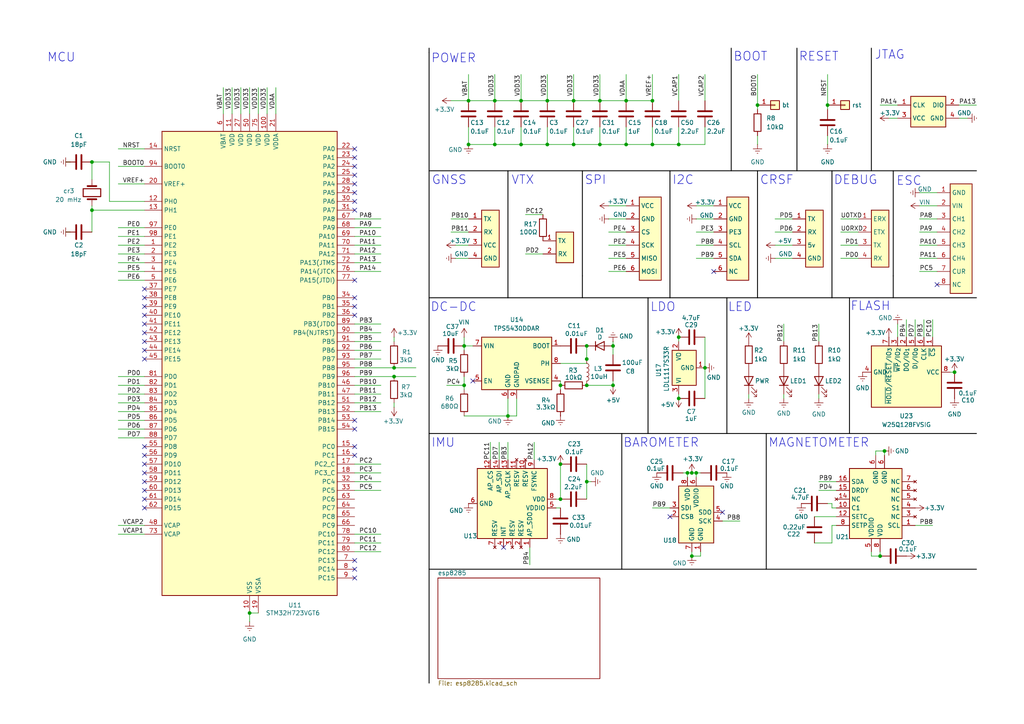
<source format=kicad_sch>
(kicad_sch (version 20250114) (generator "eeschema") (generator_version "9.0")
  (paper "A4")
  (text "GNSS" (at 130.302 52.324 0) (effects (font (size 2.54 2.54))))
  (text "DEBUG" (at 248.158 52.324 0) (effects (font (size 2.54 2.54))))
  (text "LED" (at 214.63 89.154 0) (effects (font (size 2.54 2.54))))
  (text "VTX" (at 151.638 52.324 0) (effects (font (size 2.54 2.54))))
  (text "RESET" (at 237.49 16.51 0) (effects (font (size 2.54 2.54))))
  (text "MAGNETOMETER" (at 237.49 128.524 0) (effects (font (size 2.54 2.54))))
  (text "JTAG" (at 258.064 16.002 0) (effects (font (size 2.54 2.54))))
  (text "MCU" (at 17.78 16.764 0) (effects (font (size 2.54 2.54))))
  (text "ESC" (at 263.652 52.578 0) (effects (font (size 2.54 2.54))))
  (text "IMU" (at 128.524 128.524 0) (effects (font (size 2.54 2.54))))
  (text "I2C" (at 198.12 52.324 0) (effects (font (size 2.54 2.54))))
  (text "LDO" (at 192.278 89.154 0) (effects (font (size 2.54 2.54))))
  (text "CRSF" (at 225.298 52.324 0) (effects (font (size 2.54 2.54))))
  (text "BAROMETER" (at 191.77 128.524 0) (effects (font (size 2.54 2.54))))
  (text "SPI" (at 172.72 52.324 0) (effects (font (size 2.54 2.54))))
  (text "POWER" (at 131.572 17.018 0) (effects (font (size 2.54 2.54))))
  (text "DC-DC" (at 131.572 89.154 0) (effects (font (size 2.54 2.54))))
  (text "BOOT" (at 217.678 16.51 0) (effects (font (size 2.54 2.54))))
  (text "FLASH" (at 252.476 88.9 0) (effects (font (size 2.54 2.54))))
  (junction (at 147.32 120.65))
  (junction (at 26.67 46.99))
  (junction (at 151.13 29.21))
  (junction (at 166.37 29.21))
  (junction (at 200.66 161.29))
  (junction (at 72.39 177.8))
  (junction (at 177.8 100.33))
  (junction (at 26.67 60.96))
  (junction (at 196.85 97.79))
  (junction (at 143.51 29.21))
  (junction (at 134.62 100.33))
  (junction (at 114.3 109.22))
  (junction (at 158.75 41.91))
  (junction (at 199.39 137.16))
  (junction (at 189.23 29.21))
  (junction (at 219.71 30.48))
  (junction (at 170.18 111.76))
  (junction (at 158.75 29.21))
  (junction (at 196.85 41.91))
  (junction (at 276.86 107.95))
  (junction (at 181.61 29.21))
  (junction (at 173.99 41.91))
  (junction (at 177.8 111.76))
  (junction (at 255.27 161.29))
  (junction (at 166.37 41.91))
  (junction (at 170.18 139.7))
  (junction (at 135.89 41.91))
  (junction (at 151.13 41.91))
  (junction (at 135.89 29.21))
  (junction (at 143.51 41.91))
  (junction (at 114.3 106.68))
  (junction (at 189.23 41.91))
  (junction (at 256.54 130.81))
  (junction (at 162.56 134.62))
  (junction (at 200.66 137.16))
  (junction (at 240.03 30.48))
  (junction (at 162.56 144.78))
  (junction (at 181.61 41.91))
  (junction (at 173.99 29.21))
  (junction (at 196.85 115.57))
  (junction (at 204.47 106.68))
  (junction (at 134.62 111.76))
  (junction (at 162.56 111.76))
  (junction (at 170.18 100.33))
  (junction (at 201.93 137.16))
  (junction (at 170.18 104.14))
  (no_connect (at 209.55 148.59))
  (no_connect (at 41.91 139.7))
  (no_connect (at 102.87 129.54))
  (no_connect (at 41.91 142.24))
  (no_connect (at 41.91 83.82))
  (no_connect (at 102.87 88.9))
  (no_connect (at 41.91 134.62))
  (no_connect (at 102.87 91.44))
  (no_connect (at 146.05 158.75))
  (no_connect (at 102.87 86.36))
  (no_connect (at 41.91 99.06))
  (no_connect (at 102.87 48.26))
  (no_connect (at 41.91 144.78))
  (no_connect (at 271.78 82.55))
  (no_connect (at 102.87 53.34))
  (no_connect (at 41.91 104.14))
  (no_connect (at 102.87 165.1))
  (no_connect (at 102.87 55.88))
  (no_connect (at 102.87 50.8))
  (no_connect (at 102.87 132.08))
  (no_connect (at 41.91 129.54))
  (no_connect (at 41.91 91.44))
  (no_connect (at 102.87 45.72))
  (no_connect (at 207.01 78.74))
  (no_connect (at 41.91 101.6))
  (no_connect (at 102.87 58.42))
  (no_connect (at 41.91 132.08))
  (no_connect (at 41.91 93.98))
  (no_connect (at 41.91 96.52))
  (no_connect (at 102.87 121.92))
  (no_connect (at 41.91 137.16))
  (no_connect (at 41.91 86.36))
  (no_connect (at 102.87 162.56))
  (no_connect (at 102.87 43.18))
  (no_connect (at 137.16 110.49))
  (no_connect (at 194.31 149.86))
  (no_connect (at 102.87 81.28))
  (no_connect (at 102.87 167.64))
  (no_connect (at 41.91 88.9))
  (no_connect (at 102.87 60.96))
  (no_connect (at 41.91 147.32))
  (no_connect (at 102.87 124.46))
  (polyline (pts (xy 168.91 80.01) (xy 168.91 86.36)) (stroke (width 0.254) (type solid) (color 0 0 0 1)))
  (polyline (pts (xy 246.38 125.73) (xy 246.38 86.36)) (stroke (width 0.254) (color 0 0 0 1)))
  (wire (pts (xy 171.45 139.7) (xy 170.18 139.7)))
  (wire (pts (xy 19.05 46.99) (xy 20.32 46.99)))
  (polyline (pts (xy 210.82 125.73) (xy 246.38 125.73)) (stroke (width 0.254) (color 0 0 0 1)))
  (wire (pts (xy 256.54 132.08) (xy 256.54 130.81)))
  (wire (pts (xy 199.39 137.16) (xy 200.66 137.16)))
  (wire (pts (xy 189.23 41.91) (xy 196.85 41.91)))
  (wire (pts (xy 158.75 36.83) (xy 158.75 41.91)))
  (wire (pts (xy 102.87 104.14) (xy 110.49 104.14)))
  (polyline (pts (xy 168.91 80.01) (xy 168.91 49.53)) (stroke (width 0.254) (type solid) (color 0 0 0 1)))
  (wire (pts (xy 143.51 41.91) (xy 151.13 41.91)))
  (wire (pts (xy 72.39 177.8) (xy 74.93 177.8)))
  (wire (pts (xy 176.53 74.93) (xy 181.61 74.93)))
  (wire (pts (xy 166.37 29.21) (xy 173.99 29.21)))
  (wire (pts (xy 151.13 21.59) (xy 151.13 29.21)))
  (wire (pts (xy 151.13 36.83) (xy 151.13 41.91)))
  (wire (pts (xy 34.29 73.66) (xy 41.91 73.66)))
  (wire (pts (xy 278.13 34.29) (xy 280.67 34.29)))
  (wire (pts (xy 34.29 127) (xy 41.91 127)))
  (wire (pts (xy 152.4 73.66) (xy 157.48 73.66)))
  (wire (pts (xy 102.87 76.2) (xy 110.49 76.2)))
  (wire (pts (xy 34.29 116.84) (xy 41.91 116.84)))
  (wire (pts (xy 134.62 120.65) (xy 147.32 120.65)))
  (wire (pts (xy 151.13 41.91) (xy 158.75 41.91)))
  (wire (pts (xy 26.67 59.69) (xy 26.67 60.96)))
  (wire (pts (xy 102.87 106.68) (xy 114.3 106.68)))
  (wire (pts (xy 266.7 59.69) (xy 271.78 59.69)))
  (wire (pts (xy 80.01 25.4) (xy 80.01 33.02)))
  (wire (pts (xy 170.18 100.33) (xy 170.18 104.14)))
  (polyline (pts (xy 147.32 86.36) (xy 194.31 86.36)) (stroke (width 0.254) (type solid) (color 0 0 0 1)))
  (wire (pts (xy 227.33 115.57) (xy 227.33 114.3)))
  (wire (pts (xy 176.53 78.74) (xy 181.61 78.74)))
  (wire (pts (xy 161.29 147.32) (xy 162.56 147.32)))
  (wire (pts (xy 219.71 30.48) (xy 219.71 31.75)))
  (wire (pts (xy 201.93 137.16) (xy 201.93 138.43)))
  (wire (pts (xy 102.87 66.04) (xy 110.49 66.04)))
  (wire (pts (xy 152.4 62.23) (xy 157.48 62.23)))
  (wire (pts (xy 260.35 93.98) (xy 260.35 97.79)))
  (wire (pts (xy 200.66 160.02) (xy 200.66 161.29)))
  (wire (pts (xy 158.75 21.59) (xy 158.75 29.21)))
  (wire (pts (xy 135.89 29.21) (xy 143.51 29.21)))
  (wire (pts (xy 102.87 96.52) (xy 110.49 96.52)))
  (wire (pts (xy 34.29 78.74) (xy 41.91 78.74)))
  (wire (pts (xy 158.75 29.21) (xy 166.37 29.21)))
  (wire (pts (xy 219.71 39.37) (xy 219.71 41.91)))
  (wire (pts (xy 265.43 152.4) (xy 270.51 152.4)))
  (polyline (pts (xy 124.46 49.53) (xy 283.21 49.53)) (stroke (width 0.254) (color 0 0 0 1)))
  (wire (pts (xy 252.73 161.29) (xy 252.73 160.02)))
  (wire (pts (xy 224.79 67.31) (xy 229.87 67.31)))
  (wire (pts (xy 177.8 100.33) (xy 177.8 102.87)))
  (wire (pts (xy 176.53 67.31) (xy 181.61 67.31)))
  (wire (pts (xy 132.08 71.12) (xy 135.89 71.12)))
  (wire (pts (xy 170.18 139.7) (xy 170.18 144.78)))
  (wire (pts (xy 203.2 160.02) (xy 203.2 161.29)))
  (wire (pts (xy 166.37 41.91) (xy 173.99 41.91)))
  (wire (pts (xy 72.39 25.4) (xy 72.39 33.02)))
  (wire (pts (xy 26.67 60.96) (xy 41.91 60.96)))
  (wire (pts (xy 173.99 41.91) (xy 181.61 41.91)))
  (wire (pts (xy 173.99 29.21) (xy 181.61 29.21)))
  (wire (pts (xy 34.29 43.18) (xy 41.91 43.18)))
  (wire (pts (xy 130.81 63.5) (xy 135.89 63.5)))
  (wire (pts (xy 130.81 67.31) (xy 135.89 67.31)))
  (wire (pts (xy 278.13 30.48) (xy 283.21 30.48)))
  (wire (pts (xy 241.3 147.32) (xy 241.3 146.05)))
  (wire (pts (xy 199.39 138.43) (xy 199.39 137.16)))
  (wire (pts (xy 266.7 55.88) (xy 271.78 55.88)))
  (wire (pts (xy 34.29 48.26) (xy 41.91 48.26)))
  (wire (pts (xy 34.29 119.38) (xy 41.91 119.38)))
  (wire (pts (xy 26.67 46.99) (xy 26.67 52.07)))
  (polyline (pts (xy 259.08 49.53) (xy 259.08 80.01)) (stroke (width 0.254) (color 0 0 0 1)))
  (wire (pts (xy 67.31 25.4) (xy 67.31 33.02)))
  (wire (pts (xy 166.37 36.83) (xy 166.37 41.91)))
  (polyline (pts (xy 252.73 13.97) (xy 252.73 49.53)) (stroke (width 0.254) (color 0 0 0 1)))
  (wire (pts (xy 236.22 149.86) (xy 242.57 149.86)))
  (wire (pts (xy 26.67 60.96) (xy 26.67 67.31)))
  (wire (pts (xy 102.87 157.48) (xy 110.49 157.48)))
  (wire (pts (xy 135.89 36.83) (xy 135.89 41.91)))
  (wire (pts (xy 224.79 63.5) (xy 229.87 63.5)))
  (wire (pts (xy 129.54 111.76) (xy 134.62 111.76)))
  (wire (pts (xy 162.56 105.41) (xy 170.18 105.41)))
  (wire (pts (xy 102.87 93.98) (xy 110.49 93.98)))
  (wire (pts (xy 240.03 21.59) (xy 240.03 30.48)))
  (wire (pts (xy 134.62 100.33) (xy 134.62 101.6)))
  (wire (pts (xy 242.57 152.4) (xy 241.3 152.4)))
  (wire (pts (xy 270.51 92.71) (xy 270.51 97.79)))
  (wire (pts (xy 201.93 67.31) (xy 207.01 67.31)))
  (wire (pts (xy 255.27 161.29) (xy 255.27 160.02)))
  (wire (pts (xy 134.62 100.33) (xy 137.16 100.33)))
  (wire (pts (xy 102.87 154.94) (xy 110.49 154.94)))
  (wire (pts (xy 237.49 139.7) (xy 242.57 139.7)))
  (wire (pts (xy 224.79 71.12) (xy 229.87 71.12)))
  (wire (pts (xy 102.87 134.62) (xy 110.49 134.62)))
  (wire (pts (xy 181.61 41.91) (xy 189.23 41.91)))
  (wire (pts (xy 196.85 36.83) (xy 196.85 41.91)))
  (polyline (pts (xy 212.09 13.97) (xy 212.09 49.53)) (stroke (width 0.254) (color 0 0 0 1)))
  (wire (pts (xy 102.87 101.6) (xy 110.49 101.6)))
  (wire (pts (xy 114.3 118.11) (xy 114.3 116.84)))
  (wire (pts (xy 34.29 71.12) (xy 41.91 71.12)))
  (wire (pts (xy 196.85 21.59) (xy 196.85 29.21)))
  (wire (pts (xy 201.93 71.12) (xy 207.01 71.12)))
  (wire (pts (xy 102.87 114.3) (xy 110.49 114.3)))
  (wire (pts (xy 266.7 63.5) (xy 271.78 63.5)))
  (wire (pts (xy 176.53 71.12) (xy 181.61 71.12)))
  (polyline (pts (xy 241.3 49.53) (xy 241.3 86.36)) (stroke (width 0.254) (color 0 0 0 1)))
  (wire (pts (xy 34.29 66.04) (xy 41.91 66.04)))
  (wire (pts (xy 162.56 111.76) (xy 162.56 110.49)))
  (wire (pts (xy 102.87 78.74) (xy 110.49 78.74)))
  (wire (pts (xy 69.85 25.4) (xy 69.85 33.02)))
  (polyline (pts (xy 222.25 125.73) (xy 222.25 165.1)) (stroke (width 0.254) (color 0 0 0 1)))
  (wire (pts (xy 204.47 21.59) (xy 204.47 29.21)))
  (wire (pts (xy 19.05 67.31) (xy 20.32 67.31)))
  (wire (pts (xy 102.87 63.5) (xy 110.49 63.5)))
  (wire (pts (xy 34.29 154.94) (xy 41.91 154.94)))
  (wire (pts (xy 262.89 92.71) (xy 262.89 97.79)))
  (wire (pts (xy 237.49 142.24) (xy 242.57 142.24)))
  (wire (pts (xy 134.62 113.03) (xy 134.62 111.76)))
  (wire (pts (xy 181.61 29.21) (xy 189.23 29.21)))
  (wire (pts (xy 102.87 137.16) (xy 110.49 137.16)))
  (polyline (pts (xy 180.34 125.73) (xy 180.34 165.1)) (stroke (width 0.254) (color 0 0 0 1)))
  (wire (pts (xy 147.32 120.65) (xy 149.86 120.65)))
  (wire (pts (xy 135.89 21.59) (xy 135.89 29.21)))
  (wire (pts (xy 240.03 39.37) (xy 240.03 41.91)))
  (polyline (pts (xy 194.31 49.53) (xy 194.31 86.36)) (stroke (width 0.254) (type solid) (color 0 0 0 1)))
  (wire (pts (xy 161.29 144.78) (xy 162.56 144.78)))
  (wire (pts (xy 162.56 134.62) (xy 162.56 144.78)))
  (wire (pts (xy 198.12 137.16) (xy 199.39 137.16)))
  (polyline (pts (xy 241.3 86.36) (xy 283.21 86.36)) (stroke (width 0.254) (color 0 0 0 1)))
  (wire (pts (xy 144.78 128.27) (xy 144.78 133.35)))
  (wire (pts (xy 173.99 36.83) (xy 173.99 41.91)))
  (wire (pts (xy 130.81 29.21) (xy 135.89 29.21)))
  (wire (pts (xy 189.23 147.32) (xy 194.31 147.32)))
  (wire (pts (xy 34.29 76.2) (xy 41.91 76.2)))
  (wire (pts (xy 241.3 152.4) (xy 241.3 157.48)))
  (wire (pts (xy 201.93 137.16) (xy 203.2 137.16)))
  (polyline (pts (xy 124.46 125.73) (xy 187.96 125.73)) (stroke (width 0.254) (color 0 0 0 1)))
  (wire (pts (xy 26.67 46.99) (xy 31.75 46.99)))
  (wire (pts (xy 252.73 161.29) (xy 255.27 161.29)))
  (wire (pts (xy 181.61 36.83) (xy 181.61 41.91)))
  (wire (pts (xy 177.8 99.06) (xy 177.8 100.33)))
  (wire (pts (xy 236.22 157.48) (xy 241.3 157.48)))
  (wire (pts (xy 196.85 115.57) (xy 196.85 114.3)))
  (polyline (pts (xy 187.96 125.73) (xy 187.96 86.36)) (stroke (width 0.254) (color 0 0 0 1)))
  (polyline (pts (xy 231.14 13.97) (xy 231.14 49.53)) (stroke (width 0.254) (color 0 0 0 1)))
  (wire (pts (xy 176.53 63.5) (xy 181.61 63.5)))
  (wire (pts (xy 77.47 25.4) (xy 77.47 33.02)))
  (wire (pts (xy 72.39 177.8) (xy 72.39 180.34)))
  (wire (pts (xy 34.29 109.22) (xy 41.91 109.22)))
  (polyline (pts (xy 124.46 13.97) (xy 124.46 15.24)) (stroke (width 0.254) (color 0 0 0 1)))
  (wire (pts (xy 102.87 109.22) (xy 114.3 109.22)))
  (wire (pts (xy 237.49 115.57) (xy 237.49 114.3)))
  (wire (pts (xy 204.47 115.57) (xy 204.47 106.68)))
  (wire (pts (xy 227.33 93.98) (xy 227.33 99.06)))
  (wire (pts (xy 201.93 63.5) (xy 207.01 63.5)))
  (polyline (pts (xy 187.96 125.73) (xy 210.82 125.73)) (stroke (width 0.254) (color 0 0 0 1)))
  (wire (pts (xy 34.29 81.28) (xy 41.91 81.28)))
  (wire (pts (xy 242.57 147.32) (xy 241.3 147.32)))
  (polyline (pts (xy 246.38 125.73) (xy 283.21 125.73)) (stroke (width 0.254) (color 0 0 0 1)))
  (wire (pts (xy 240.03 146.05) (xy 241.3 146.05)))
  (polyline (pts (xy 124.46 15.24) (xy 124.46 198.12)) (stroke (width 0.254) (color 0 0 0 1)))
  (wire (pts (xy 243.84 63.5) (xy 248.92 63.5)))
  (wire (pts (xy 196.85 41.91) (xy 204.47 41.91)))
  (polyline (pts (xy 219.71 49.53) (xy 219.71 86.36)) (stroke (width 0.254) (type solid) (color 0 0 0 1)))
  (wire (pts (xy 254 132.08) (xy 254 130.81)))
  (wire (pts (xy 41.91 58.42) (xy 31.75 58.42)))
  (wire (pts (xy 265.43 92.71) (xy 265.43 97.79)))
  (wire (pts (xy 34.29 114.3) (xy 41.91 114.3)))
  (wire (pts (xy 102.87 73.66) (xy 110.49 73.66)))
  (wire (pts (xy 143.51 21.59) (xy 143.51 29.21)))
  (wire (pts (xy 34.29 152.4) (xy 41.91 152.4)))
  (wire (pts (xy 102.87 99.06) (xy 110.49 99.06)))
  (wire (pts (xy 266.7 74.93) (xy 271.78 74.93)))
  (wire (pts (xy 224.79 74.93) (xy 229.87 74.93)))
  (wire (pts (xy 200.66 137.16) (xy 201.93 137.16)))
  (wire (pts (xy 266.7 67.31) (xy 271.78 67.31)))
  (wire (pts (xy 170.18 134.62) (xy 170.18 139.7)))
  (wire (pts (xy 158.75 41.91) (xy 166.37 41.91)))
  (wire (pts (xy 267.97 92.71) (xy 267.97 97.79)))
  (wire (pts (xy 114.3 109.22) (xy 120.65 109.22)))
  (wire (pts (xy 102.87 160.02) (xy 110.49 160.02)))
  (wire (pts (xy 34.29 124.46) (xy 41.91 124.46)))
  (wire (pts (xy 31.75 58.42) (xy 31.75 46.99)))
  (wire (pts (xy 173.99 21.59) (xy 173.99 29.21)))
  (wire (pts (xy 74.93 25.4) (xy 74.93 33.02)))
  (wire (pts (xy 170.18 111.76) (xy 177.8 111.76)))
  (wire (pts (xy 243.84 67.31) (xy 248.92 67.31)))
  (polyline (pts (xy 124.46 86.36) (xy 147.32 86.36)) (stroke (width 0.254) (type solid) (color 0 0 0 1)))
  (polyline (pts (xy 259.08 80.01) (xy 259.08 86.36)) (stroke (width 0.254) (color 0 0 0 1)))
  (wire (pts (xy 134.62 97.79) (xy 134.62 100.33)))
  (polyline (pts (xy 194.31 86.36) (xy 219.71 86.36)) (stroke (width 0.254) (type solid) (color 0 0 0 1)))
  (wire (pts (xy 34.29 53.34) (xy 41.91 53.34)))
  (wire (pts (xy 102.87 119.38) (xy 110.49 119.38)))
  (wire (pts (xy 176.53 59.69) (xy 181.61 59.69)))
  (wire (pts (xy 34.29 121.92) (xy 41.91 121.92)))
  (polyline (pts (xy 210.82 125.73) (xy 210.82 86.36)) (stroke (width 0.254) (color 0 0 0 1)))
  (wire (pts (xy 200.66 161.29) (xy 203.2 161.29)))
  (wire (pts (xy 153.67 158.75) (xy 153.67 163.83)))
  (wire (pts (xy 217.17 115.57) (xy 217.17 114.3)))
  (wire (pts (xy 177.8 110.49) (xy 177.8 111.76)))
  (wire (pts (xy 243.84 71.12) (xy 248.92 71.12)))
  (wire (pts (xy 257.81 34.29) (xy 260.35 34.29)))
  (wire (pts (xy 240.03 30.48) (xy 240.03 31.75)))
  (wire (pts (xy 132.08 74.93) (xy 135.89 74.93)))
  (wire (pts (xy 149.86 120.65) (xy 149.86 115.57)))
  (wire (pts (xy 102.87 139.7) (xy 110.49 139.7)))
  (wire (pts (xy 275.59 107.95) (xy 276.86 107.95)))
  (wire (pts (xy 204.47 106.68) (xy 204.47 97.79)))
  (wire (pts (xy 201.93 59.69) (xy 207.01 59.69)))
  (wire (pts (xy 266.7 71.12) (xy 271.78 71.12)))
  (wire (pts (xy 147.32 115.57) (xy 147.32 120.65)))
  (wire (pts (xy 254 130.81) (xy 256.54 130.81)))
  (wire (pts (xy 266.7 78.74) (xy 271.78 78.74)))
  (wire (pts (xy 34.29 68.58) (xy 41.91 68.58)))
  (wire (pts (xy 189.23 21.59) (xy 189.23 29.21)))
  (wire (pts (xy 209.55 151.13) (xy 214.63 151.13)))
  (wire (pts (xy 102.87 142.24) (xy 110.49 142.24)))
  (wire (pts (xy 154.94 128.27) (xy 154.94 133.35)))
  (wire (pts (xy 162.56 113.03) (xy 162.56 111.76)))
  (wire (pts (xy 255.27 30.48) (xy 260.35 30.48)))
  (wire (pts (xy 237.49 93.98) (xy 237.49 99.06)))
  (wire (pts (xy 166.37 21.59) (xy 166.37 29.21)))
  (wire (pts (xy 64.77 25.4) (xy 64.77 33.02)))
  (wire (pts (xy 143.51 29.21) (xy 151.13 29.21)))
  (polyline (pts (xy 124.46 165.1) (xy 283.21 165.1)) (stroke (width 0.254) (color 0 0 0 1)))
  (wire (pts (xy 34.29 111.76) (xy 41.91 111.76)))
  (wire (pts (xy 181.61 21.59) (xy 181.61 29.21)))
  (wire (pts (xy 143.51 36.83) (xy 143.51 41.91)))
  (wire (pts (xy 114.3 106.68) (xy 120.65 106.68)))
  (polyline (pts (xy 241.3 86.36) (xy 219.71 86.36)) (stroke (width 0.254) (color 0 0 0 1)))
  (wire (pts (xy 201.93 74.93) (xy 207.01 74.93)))
  (wire (pts (xy 102.87 111.76) (xy 110.49 111.76)))
  (wire (pts (xy 102.87 68.58) (xy 110.49 68.58)))
  (wire (pts (xy 102.87 116.84) (xy 110.49 116.84)))
  (wire (pts (xy 243.84 74.93) (xy 248.92 74.93)))
  (polyline (pts (xy 147.32 49.53) (xy 147.32 86.36)) (stroke (width 0.254) (type solid) (color 0 0 0 1)))
  (wire (pts (xy 142.24 128.27) (xy 142.24 133.35)))
  (wire (pts (xy 102.87 71.12) (xy 110.49 71.12)))
  (wire (pts (xy 135.89 41.91) (xy 143.51 41.91)))
  (wire (pts (xy 219.71 21.59) (xy 219.71 30.48)))
  (wire (pts (xy 170.18 104.14) (xy 170.18 105.41)))
  (wire (pts (xy 134.62 109.22) (xy 134.62 111.76)))
  (wire (pts (xy 189.23 36.83) (xy 189.23 41.91)))
  (wire (pts (xy 114.3 97.79) (xy 114.3 99.06)))
  (wire (pts (xy 147.32 128.27) (xy 147.32 133.35)))
  (wire (pts (xy 196.85 99.06) (xy 196.85 97.79)))
  (wire (pts (xy 204.47 36.83) (xy 204.47 41.91)))
  (wire (pts (xy 151.13 29.21) (xy 158.75 29.21)))
  (label "PA9" (at 266.7 67.31 0))
  (label "VCAP1" (at 196.85 27.94 90))
  (label "PD5" (at 226.06 63.5 0))
  (label "PB9" (at 237.49 139.7 0))
  (label "VREF+" (at 35.56 53.34 0))
  (label "PB4" (at 104.14 96.52 0))
  (label "PD0" (at 245.11 74.93 0))
  (label "PE6" (at 177.8 78.74 0))
  (label "PD6" (at 226.06 67.31 0))
  (label "PB9" (at 104.14 109.22 0))
  (label "PD1" (at 245.11 71.12 0))
  (label "PA13" (at 278.13 30.48 0))
  (label "PC4" (at 129.54 111.76 0))
  (label "VDAA" (at 80.01 31.75 90))
  (label "PB3" (at 104.14 93.98 0))
  (label "PC4" (at 104.14 139.7 0))
  (label "PD7" (at 265.43 97.79 90))
  (label "PE1" (at 36.83 68.58 0))
  (label "PB13" (at 237.49 93.98 270))
  (label "PB8" (at 104.14 106.68 0))
  (label "PB12" (at 227.33 93.98 270))
  (label "PC10" (at 104.14 154.94 0))
  (label "PA11" (at 104.14 71.12 0))
  (label "PC11" (at 142.24 133.35 90))
  (label "PC11" (at 104.14 157.48 0))
  (label "VDD33" (at 74.93 31.75 90))
  (label "VREF+" (at 189.23 27.94 90))
  (label "PB3" (at 147.32 133.35 90))
  (label "PC5" (at 266.7 78.74 0))
  (label "VDD33" (at 143.51 27.94 90))
  (label "PD7" (at 144.78 133.35 90))
  (label "PE2" (at 177.8 71.12 0))
  (label "VDD33" (at 166.37 27.94 90))
  (label "VDD33" (at 77.47 31.75 90))
  (label "VCAP2" (at 35.56 152.4 0))
  (label "PE5" (at 177.8 74.93 0))
  (label "PD6" (at 36.83 124.46 0))
  (label "PB4" (at 262.89 97.79 90))
  (label "VCAP1" (at 35.56 154.94 0))
  (label "PA8" (at 104.14 63.5 0))
  (label "PD5" (at 36.83 121.92 0))
  (label "VDD33" (at 72.39 31.75 90))
  (label "PC3" (at 104.14 137.16 0))
  (label "BOOT0" (at 35.56 48.26 0))
  (label "NRST" (at 240.03 27.94 90))
  (label "VBAT" (at 64.77 31.75 90))
  (label "PA14" (at 255.27 30.48 0))
  (label "PD2" (at 152.4 73.66 0))
  (label "PE4" (at 177.8 67.31 0))
  (label "VDD33" (at 158.75 27.94 90))
  (label "PA10" (at 104.14 68.58 0))
  (label "U0TXD" (at 243.84 63.5 0))
  (label "PC12" (at 152.4 62.23 0))
  (label "VDAA" (at 181.61 27.94 90))
  (label "PE0" (at 36.83 66.04 0))
  (label "PD0" (at 36.83 109.22 0))
  (label "PC2" (at 104.14 134.62 0))
  (label "PB3" (at 267.97 97.79 90))
  (label "PD1" (at 36.83 111.76 0))
  (label "PE3" (at 203.2 67.31 0))
  (label "PA9" (at 104.14 66.04 0))
  (label "PA10" (at 266.7 71.12 0))
  (label "PD3" (at 36.83 116.84 0))
  (label "PB9" (at 203.2 74.93 0))
  (label "PE3" (at 36.83 73.66 0))
  (label "PB6" (at 104.14 101.6 0))
  (label "VDD33" (at 151.13 27.94 90))
  (label "PD4" (at 237.49 142.24 0))
  (label "PA12" (at 104.14 73.66 0))
  (label "PB4" (at 153.67 163.83 90))
  (label "PB8" (at 210.82 151.13 0))
  (label "PB9" (at 189.23 147.32 0))
  (label "VDD33" (at 173.99 27.94 90))
  (label "PB11" (at 130.81 67.31 0))
  (label "PC12" (at 104.14 160.02 0))
  (label "PD7" (at 36.83 127 0))
  (label "PB10" (at 104.14 111.76 0))
  (label "PA13" (at 104.14 76.2 0))
  (label "PB5" (at 104.14 99.06 0))
  (label "PA8" (at 266.7 63.5 0))
  (label "PB8" (at 266.7 152.4 0))
  (label "PE2" (at 36.83 71.12 0))
  (label "PB7" (at 104.14 104.14 0))
  (label "PD4" (at 36.83 119.38 0))
  (label "VCAP2" (at 204.47 27.94 90))
  (label "PB8" (at 203.2 71.12 0))
  (label "PE4" (at 36.83 76.2 0))
  (label "PA14" (at 104.14 78.74 0))
  (label "PD2" (at 36.83 114.3 0))
  (label "U0RXD" (at 243.84 67.31 0))
  (label "VDD33" (at 67.31 31.75 90))
  (label "NRST" (at 35.56 43.18 0))
  (label "PE6" (at 36.83 81.28 0))
  (label "BOOT0" (at 219.71 27.94 90))
  (label "PB10" (at 130.81 63.5 0))
  (label "PA12" (at 154.94 133.35 90))
  (label "PC5" (at 104.14 142.24 0))
  (label "PB13" (at 104.14 119.38 0))
  (label "PE5" (at 36.83 78.74 0))
  (label "PB12" (at 104.14 116.84 0))
  (label "VDD33" (at 69.85 31.75 90))
  (label "PB11" (at 104.14 114.3 0))
  (label "VBAT" (at 135.89 27.94 90))
  (label "PC10" (at 270.51 97.79 90))
  (label "PA11" (at 266.7 74.93 0))
  (symbol (lib_id "power:+3.3V") (at 132.08 71.12 90) (unit 1)
    (property "Reference" "#PWR068" (effects (hide yes)))
    (property "Value" "+3.3V" (at 133.35 69.85 90))
    (property "Description" "Power symbol creates a global label with name \"+3.3V\"" (effects (hide yes)))
  )
  (symbol (lib_id "power:+5V") (at 177.8 111.76 180) (unit 1)
    (property "Reference" "#PWR080" (effects (hide yes)))
    (property "Value" "+5V" (at 177.8 116.078 0))
    (property "Description" "Power symbol creates a global label with name \"+5V\"" (effects (hide yes)))
  )
  (symbol (lib_id "Device:C") (at 240.03 35.56 0) (unit 1)
    (property "Reference" "C16" (at 240.538 38.1 0) (effects (justify left)))
    (property "Value" "0.1uF" (at 240.538 40.64 0) (effects (justify left)))
    (property "Description" "Unpolarized capacitor" (effects (hide yes)))
  )
  (symbol (lib_id "power:+3.3V") (at 276.86 107.95 0) (unit 1)
    (property "Reference" "#PWR0109" (effects (hide yes)))
    (property "Value" "+3.3V" (at 273.812 104.14 0) (effects (justify left)))
    (property "Description" "Power symbol creates a global label with name \"+3.3V\"" (effects (hide yes)))
  )
  (symbol (lib_id "power:GNDREF") (at 20.32 67.31 270) (unit 1)
    (property "Reference" "#PWR062" (effects (hide yes)))
    (property "Value" "GND" (at 16.51 67.3099 90) (effects (justify right)))
    (property "Description" "Power symbol creates a global label with name \"GNDREF\" , reference supply ground" (effects (hide yes)))
  )
  (symbol (lib_id "power:GNDREF") (at 224.79 74.93 270) (unit 1)
    (property "Reference" "#PWR094" (effects (hide yes)))
    (property "Value" "GND" (at 227.838 73.66 90))
    (property "Description" "Power symbol creates a global label with name \"GNDREF\" , reference supply ground" (effects (hide yes)))
  )
  (symbol (lib_id "Device:C") (at 173.99 33.02 0) (unit 1)
    (property "Reference" "C31" (at 174.498 35.56 0) (effects (justify left)))
    (property "Value" "0.1uF" (at 174.498 38.1 0) (effects (justify left)))
    (property "Description" "Unpolarized capacitor" (effects (hide yes)))
  )
  (symbol (lib_id "library:DPS368") (at 207.01 148.59 0) (unit 1)
    (property "Reference" "U18" (at 194.31 156.718 0))
  )
  (symbol (lib_id "power:GNDREF") (at 177.8 99.06 180) (unit 1)
    (property "Reference" "#PWR079" (effects (hide yes)))
    (property "Value" "GND" (at 181.61 97.536 0))
    (property "Description" "Power symbol creates a global label with name \"GNDREF\" , reference supply ground" (effects (hide yes)))
  )
  (symbol (lib_id "power:GNDREF") (at 176.53 63.5 270) (unit 1)
    (property "Reference" "#PWR078" (effects (hide yes)))
    (property "Value" "GND" (at 179.832 62.23 90))
    (property "Description" "Power symbol creates a global label with name \"GNDREF\" , reference supply ground" (effects (hide yes)))
  )
  (symbol (lib_id "power:GNDREF") (at 260.35 93.98 180) (unit 1)
    (property "Reference" "#PWR0103" (effects (hide yes)))
    (property "Value" "GND" (at 256.794 92.202 0))
    (property "Description" "Power symbol creates a global label with name \"GNDREF\" , reference supply ground" (effects (hide yes)))
  )
  (symbol (lib_id "power:GNDREF") (at 135.89 41.91 0) (unit 1)
    (property "Reference" "#PWR01" (effects (hide yes)))
    (property "Value" "GND" (at 132.08 43.434 0))
    (property "Description" "Power symbol creates a global label with name \"GNDREF\" , reference supply ground" (effects (hide yes)))
  )
  (symbol (lib_id "Device:C") (at 236.22 146.05 270) (unit 1)
    (property "Reference" "C21" (at 230.124 142.24 90) (effects (justify left)))
    (property "Value" "4.7uF" (at 229.362 144.272 90) (effects (justify left)))
    (property "Description" "Unpolarized capacitor" (effects (hide yes)))
  )
  (symbol (lib_id "Device:C") (at 194.31 137.16 90) (unit 1)
    (property "Reference" "C25" (at 188.468 133.858 90) (effects (justify right)))
    (property "Value" "0.1uF" (at 187.452 135.89 90) (effects (justify right)))
    (property "Description" "Unpolarized capacitor" (effects (hide yes)))
  )
  (symbol (lib_id "power:GNDREF") (at 147.32 120.65 0) (unit 1)
    (property "Reference" "#PWR072" (effects (hide yes)))
    (property "Value" "GND" (at 143.51 122.174 0))
    (property "Description" "Power symbol creates a global label with name \"GNDREF\" , reference supply ground" (effects (hide yes)))
  )
  (symbol (lib_id "power:GNDREF") (at 266.7 55.88 270) (unit 1)
    (property "Reference" "#PWR0105" (effects (hide yes)))
    (property "Value" "GND" (at 268.224 54.864 90))
    (property "Description" "Power symbol creates a global label with name \"GNDREF\" , reference supply ground" (effects (hide yes)))
  )
  (symbol (lib_id "Device:D") (at 173.99 100.33 0) (unit 1)
    (property "Reference" "D1" (at 173.99 95.758 0))
    (property "Value" "D" (at 173.99 97.79 0))
    (property "Description" "Diode" (effects (hide yes)))
    (property "Sim.Device" "D" (effects (hide yes)))
    (property "Sim.Pins" "1=K 2=A" (effects (hide yes)))
  )
  (symbol (lib_id "Connector_Generic:Conn_01x01") (at 245.11 30.48 0) (unit 1)
    (property "Reference" "J4" (effects (hide yes)))
    (property "Value" "rst" (at 247.142 30.48 0) (effects (justify left)))
    (property "Description" "Generic connector, single row, 01x01, script generated (kicad-library-utils/schlib/autogen/connector/)" (effects (hide yes)))
  )
  (symbol (lib_id "power:GNDREF") (at 72.39 180.34 0) (unit 1)
    (property "Reference" "#PWR063" (effects (hide yes)))
    (property "Value" "GND" (at 72.39 185.42 0))
    (property "Description" "Power symbol creates a global label with name \"GNDREF\" , reference supply ground" (effects (hide yes)))
  )
  (symbol (lib_id "power:+5V") (at 196.85 115.57 180) (unit 1)
    (property "Reference" "#PWR083" (effects (hide yes)))
    (property "Value" "+5V" (at 193.548 117.348 0))
    (property "Description" "Power symbol creates a global label with name \"+5V\"" (effects (hide yes)))
  )
  (symbol (lib_id "power:+3.3V") (at 176.53 59.69 90) (unit 1)
    (property "Reference" "#PWR077" (effects (hide yes)))
    (property "Value" "+3.3V" (at 179.07 58.42 90))
    (property "Description" "Power symbol creates a global label with name \"+3.3V\"" (effects (hide yes)))
  )
  (symbol (lib_id "Device:R") (at 114.3 102.87 0) (unit 1)
    (property "Reference" "R1" (at 116.586 102.108 0) (effects (justify left)))
    (property "Value" "3kΩ" (at 115.824 104.394 0) (effects (justify left)))
    (property "Description" "Resistor" (effects (hide yes)))
  )
  (symbol (lib_id "power:GNDREF") (at 280.67 34.29 90) (unit 1)
    (property "Reference" "#PWR0108" (effects (hide yes)))
    (property "Value" "GND" (at 277.622 32.766 90) (effects (justify right)))
    (property "Description" "Power symbol creates a global label with name \"GNDREF\" , reference supply ground" (effects (hide yes)))
  )
  (symbol (lib_id "Device:C") (at 259.08 161.29 270) (unit 1)
    (property "Reference" "C30" (at 261.366 157.48 90) (effects (justify left)))
    (property "Value" "0.1uF" (at 260.604 159.258 90) (effects (justify left)))
    (property "Description" "Unpolarized capacitor" (effects (hide yes)))
  )
  (symbol (lib_id "library:ICM-42688-P") (at 148.59 146.05 270) (unit 1)
    (property "Reference" "U13" (at 136.398 155.448 90))
  )
  (symbol (lib_id "Connector_Generic:Conn_01x01") (at 224.79 30.48 0) (unit 1)
    (property "Reference" "J3" (effects (hide yes)))
    (property "Value" "bt" (at 226.822 30.48 0) (effects (justify left)))
    (property "Description" "Generic connector, single row, 01x01, script generated (kicad-library-utils/schlib/autogen/connector/)" (effects (hide yes)))
  )
  (symbol (lib_id "power:GNDREF") (at 237.49 115.57 0) (unit 1)
    (property "Reference" "#PWR098" (effects (hide yes)))
    (property "Value" "GND" (at 237.49 120.142 0))
    (property "Description" "Power symbol creates a global label with name \"GNDREF\" , reference supply ground" (effects (hide yes)))
  )
  (symbol (lib_id "power:+BATT") (at 266.7 59.69 90) (unit 1)
    (property "Reference" "#PWR0106" (effects (hide yes)))
    (property "Value" "VIN" (at 268.224 58.674 90))
    (property "Description" "Power symbol creates a global label with name \"+BATT\"" (effects (hide yes)))
  )
  (symbol (lib_id "power:GNDREF") (at 162.56 154.94 0) (unit 1)
    (property "Reference" "#PWR075" (effects (hide yes)))
    (property "Value" "GND" (at 166.37 156.464 0))
    (property "Description" "Power symbol creates a global label with name \"GNDREF\" , reference supply ground" (effects (hide yes)))
  )
  (symbol (lib_id "Device:C") (at 166.37 100.33 90) (unit 1)
    (property "Reference" "C11" (at 164.592 94.488 90) (effects (justify right)))
    (property "Value" "0.01uF" (at 163.83 96.774 90) (effects (justify right)))
    (property "Description" "Unpolarized capacitor" (effects (hide yes)))
  )
  (symbol (lib_id "Device:C") (at 196.85 33.02 0) (unit 1)
    (property "Reference" "C50" (at 197.358 35.56 0) (effects (justify left)))
    (property "Value" "2.2uF" (at 197.358 38.1 0) (effects (justify left)))
    (property "Description" "Unpolarized capacitor" (effects (hide yes)))
  )
  (symbol (lib_id "Device:C") (at 200.66 115.57 270) (unit 1)
    (property "Reference" "C7" (at 199.136 119.38 90) (effects (justify left)))
    (property "Value" "1uF" (at 198.628 121.412 90) (effects (justify left)))
    (property "Description" "Unpolarized capacitor" (effects (hide yes)))
  )
  (symbol (lib_id "Device:C") (at 143.51 33.02 0) (unit 1)
    (property "Reference" "C12" (at 144.018 35.56 0) (effects (justify left)))
    (property "Value" "0.1uF" (at 144.018 38.1 0) (effects (justify left)))
    (property "Description" "Unpolarized capacitor" (effects (hide yes)))
  )
  (symbol (lib_id "power:GNDREF") (at 171.45 139.7 90) (unit 1)
    (property "Reference" "#PWR076" (effects (hide yes)))
    (property "Value" "GND" (at 173.228 137.16 90))
    (property "Description" "Power symbol creates a global label with name \"GNDREF\" , reference supply ground" (effects (hide yes)))
  )
  (symbol (lib_id "library:I2C") (at 187.96 66.04 0) (unit 1)
    (property "Reference" "U16" (effects (hide yes)))
  )
  (symbol (lib_id "power:+3.3V") (at 257.81 34.29 90) (unit 1)
    (property "Reference" "#PWR0100" (effects (hide yes)))
    (property "Value" "+3.3V" (at 258.064 32.766 90))
    (property "Description" "Power symbol creates a global label with name \"+3.3V\"" (effects (hide yes)))
  )
  (symbol (lib_id "Device:C") (at 204.47 33.02 0) (unit 1)
    (property "Reference" "C26" (at 204.978 35.56 0) (effects (justify left)))
    (property "Value" "2.2uF" (at 204.978 38.1 0) (effects (justify left)))
    (property "Description" "Unpolarized capacitor" (effects (hide yes)))
  )
  (symbol (lib_id "Device:R") (at 162.56 116.84 0) (unit 1)
    (property "Reference" "R4" (at 156.972 116.078 0) (effects (justify left)))
    (property "Value" "3.3kΩ" (at 155.448 118.11 0) (effects (justify left)))
    (property "Description" "Resistor" (effects (hide yes)))
  )
  (symbol (lib_id "power:GNDREF") (at 135.89 146.05 0) (unit 1)
    (property "Reference" "#PWR071" (effects (hide yes)))
    (property "Value" "GND" (at 132.334 148.082 0))
    (property "Description" "Power symbol creates a global label with name \"GNDREF\" , reference supply ground" (effects (hide yes)))
  )
  (symbol (lib_id "power:+3.3V") (at 262.89 161.29 270) (unit 1)
    (property "Reference" "#PWR0104" (effects (hide yes)))
    (property "Value" "+3.3V" (at 268.478 161.29 90))
    (property "Description" "Power symbol creates a global label with name \"+3.3V\"" (effects (hide yes)))
  )
  (symbol (lib_id "Device:C") (at 166.37 33.02 0) (unit 1)
    (property "Reference" "C27" (at 166.878 35.56 0) (effects (justify left)))
    (property "Value" "0.1uF" (at 166.878 38.1 0) (effects (justify left)))
    (property "Description" "Unpolarized capacitor" (effects (hide yes)))
  )
  (symbol (lib_id "Device:R") (at 114.3 113.03 0) (unit 1)
    (property "Reference" "R7" (at 116.332 112.268 0) (effects (justify left)))
    (property "Value" "3kΩ" (at 115.824 114.554 0) (effects (justify left)))
    (property "Description" "Resistor" (effects (hide yes)))
  )
  (symbol (lib_id "Regulator_Switching:TPS5430DDA") (at 149.86 105.41 0) (unit 1)
    (property "Reference" "U14" (at 149.86 92.71 0))
    (property "Value" "TPS5430DDAR" (at 149.86 95.25 0))
    (property "Footprint" "Package_SO:TI_SO-PowerPAD-8_ThermalVias" (effects (hide yes)))
    (property "Datasheet" "http://www.ti.com/lit/ds/symlink/tps5430.pdf" (effects (hide yes)))
    (property "Description" "3A, Step Down Swift Converter, Adjustable Output Voltage, 5.5-36V Input Voltage, PowerSO-8" (effects (hide yes)))
  )
  (symbol (lib_id "power:GNDREF") (at 256.54 130.81 90) (unit 1)
    (property "Reference" "#PWR0101" (effects (hide yes)))
    (property "Value" "GND" (at 261.62 130.81 90))
    (property "Description" "Power symbol creates a global label with name \"GNDREF\" , reference supply ground" (effects (hide yes)))
  )
  (symbol (lib_id "Device:C") (at 189.23 33.02 0) (unit 1)
    (property "Reference" "C18" (at 189.738 35.56 0) (effects (justify left)))
    (property "Value" "0.1uF" (at 189.738 38.1 0) (effects (justify left)))
    (property "Description" "Unpolarized capacitor" (effects (hide yes)))
  )
  (symbol (lib_id "Device:C") (at 166.37 144.78 270) (unit 1)
    (property "Reference" "C24" (at 164.592 138.938 90) (effects (justify left)))
    (property "Value" "2.2uF" (at 163.576 141.224 90) (effects (justify left)))
    (property "Description" "Unpolarized capacitor" (effects (hide yes)))
  )
  (symbol (lib_id "power:GNDREF") (at 190.5 137.16 0) (unit 1)
    (property "Reference" "#PWR081" (effects (hide yes)))
    (property "Value" "GND" (at 190.5 140.97 0))
    (property "Description" "Power symbol creates a global label with name \"GNDREF\" , reference supply ground" (effects (hide yes)))
  )
  (symbol (lib_id "power:GNDREF") (at 132.08 74.93 270) (unit 1)
    (property "Reference" "#PWR069" (effects (hide yes)))
    (property "Value" "GND" (at 133.858 73.66 90))
    (property "Description" "Power symbol creates a global label with name \"GNDREF\" , reference supply ground" (effects (hide yes)))
  )
  (symbol (lib_id "Device:C") (at 200.66 97.79 90) (unit 1)
    (property "Reference" "C29" (at 202.438 94.234 90) (effects (justify left)))
    (property "Value" "4.7uF" (at 203.2 92.202 90) (effects (justify left)))
    (property "Description" "Unpolarized capacitor" (effects (hide yes)))
  )
  (symbol (lib_id "power:+3.3V") (at 265.43 147.32 270) (unit 1)
    (property "Reference" "#PWR0107" (effects (hide yes)))
    (property "Value" "+3.3V" (at 271.018 147.32 90))
    (property "Description" "Power symbol creates a global label with name \"+3.3V\"" (effects (hide yes)))
  )
  (symbol (lib_id "Device:C") (at 158.75 33.02 0) (unit 1)
    (property "Reference" "C3" (at 159.258 35.56 0) (effects (justify left)))
    (property "Value" "0.1uF" (at 159.258 38.1 0) (effects (justify left)))
    (property "Description" "Unpolarized capacitor" (effects (hide yes)))
  )
  (symbol (lib_id "library:GNSS") (at 142.24 68.58 0) (unit 1)
    (property "Reference" "U12" (effects (hide yes)))
  )
  (symbol (lib_id "Device:LED") (at 227.33 110.49 90) (unit 1)
    (property "Reference" "D7" (effects (hide yes)))
    (property "Value" "LED1" (at 229.108 110.49 90) (effects (justify right)))
    (property "Description" "Light emitting diode" (effects (hide yes)))
    (property "Sim.Pins" "1=K 2=A" (effects (hide yes)))
  )
  (symbol (lib_id "library:CRSF") (at 236.22 69.85 0) (unit 1)
    (property "Reference" "U20" (effects (hide yes)))
  )
  (symbol (lib_id "power:GNDREF") (at 227.33 115.57 0) (unit 1)
    (property "Reference" "#PWR095" (effects (hide yes)))
    (property "Value" "GND" (at 227.33 119.888 0))
    (property "Description" "Power symbol creates a global label with name \"GNDREF\" , reference supply ground" (effects (hide yes)))
  )
  (symbol (lib_id "Device:C") (at 236.22 153.67 180) (unit 1)
    (property "Reference" "C22" (at 232.156 154.94 0) (effects (justify left)))
    (property "Value" "0.22uF" (at 233.68 152.908 0) (effects (justify left)))
    (property "Description" "Unpolarized capacitor" (effects (hide yes)))
  )
  (symbol (lib_id "Device:R") (at 219.71 35.56 0) (unit 1)
    (property "Reference" "R8" (at 222.25 34.2899 0) (effects (justify left)))
    (property "Value" "10kΩ" (at 222.25 36.8299 0) (effects (justify left)))
    (property "Description" "Resistor" (effects (hide yes)))
  )
  (symbol (lib_id "power:GNDREF") (at 201.93 63.5 270) (unit 1)
    (property "Reference" "#PWR087" (effects (hide yes)))
    (property "Value" "GND" (at 204.978 62.484 90))
    (property "Description" "Power symbol creates a global label with name \"GNDREF\" , reference supply ground" (effects (hide yes)))
  )
  (symbol (lib_name "I2C_1") (lib_id "library:I2C") (at 213.36 68.58 0) (unit 1)
    (property "Reference" "U19" (effects (hide yes)))
  )
  (symbol (lib_id "library:DEBUG") (at 255.27 68.58 0) (unit 1)
    (property "Reference" "U22" (effects (hide yes)))
  )
  (symbol (lib_id "power:GNDREF") (at 200.66 161.29 0) (unit 1)
    (property "Reference" "#PWR085" (effects (hide yes)))
    (property "Value" "GND" (at 197.104 163.322 0))
    (property "Description" "Power symbol creates a global label with name \"GNDREF\" , reference supply ground" (effects (hide yes)))
  )
  (symbol (lib_id "Device:C") (at 130.81 100.33 90) (unit 1)
    (property "Reference" "C37" (at 129.286 94.742 90) (effects (justify right)))
    (property "Value" "10uF" (at 128.27 96.774 90) (effects (justify right)))
    (property "Description" "Unpolarized capacitor" (effects (hide yes)))
  )
  (symbol (lib_id "power:GNDREF") (at 240.03 41.91 0) (unit 1)
    (property "Reference" "#PWR097" (effects (hide yes)))
    (property "Value" "GND" (at 240.03 46.99 0))
    (property "Description" "Power symbol creates a global label with name \"GNDREF\" , reference supply ground" (effects (hide yes)))
  )
  (symbol (lib_id "Device:LED") (at 237.49 110.49 90) (unit 1)
    (property "Reference" "D8" (effects (hide yes)))
    (property "Value" "LED2" (at 239.268 110.49 90) (effects (justify right)))
    (property "Description" "Light emitting diode" (effects (hide yes)))
    (property "Sim.Pins" "1=K 2=A" (effects (hide yes)))
  )
  (symbol (lib_id "Device:R") (at 157.48 66.04 0) (unit 1)
    (property "Reference" "R17" (at 151.892 65.024 0) (effects (justify left)))
    (property "Value" "100Ω" (at 150.622 67.31 0) (effects (justify left)))
    (property "Description" "Resistor" (effects (hide yes)))
  )
  (symbol (lib_id "MCU_ST_STM32H7:STM32H723VGTx") (at 72.39 106.68 0) (unit 1)
    (property "Reference" "U11" (at 83.566 175.514 0) (effects (justify left)))
    (property "Value" "STM32H723VGT6" (at 77.0733 177.8 0) (effects (justify left)))
    (property "Footprint" "Package_QFP:LQFP-100_14x14mm_P0.5mm" (effects (hide yes)))
    (property "Datasheet" "https://www.st.com/resource/en/datasheet/stm32h723vg.pdf" (effects (hide yes)))
    (property "Description" "STMicroelectronics Arm Cortex-M7 MCU, 1024KB flash, 564KB RAM, 550 MHz, 1.71-3.6V, 82 GPIO, LQFP100" (effects (hide yes)))
  )
  (symbol (lib_id "library:jtag") (at 270.51 33.02 0) (unit 1)
    (property "Reference" "U24" (effects (hide yes)))
  )
  (symbol (lib_id "power:GNDREF") (at 219.71 41.91 0) (unit 1)
    (property "Reference" "#PWR090" (effects (hide yes)))
    (property "Value" "GND" (at 219.71 46.99 0))
    (property "Description" "Power symbol creates a global label with name \"GNDREF\" , reference supply ground" (effects (hide yes)))
  )
  (symbol (lib_id "power:GNDREF") (at 232.41 146.05 0) (unit 1)
    (property "Reference" "#PWR096" (effects (hide yes)))
    (property "Value" "GND" (at 232.41 149.86 0))
    (property "Description" "Power symbol creates a global label with name \"GNDREF\" , reference supply ground" (effects (hide yes)))
  )
  (symbol (lib_id "power:GNDREF") (at 276.86 115.57 0) (unit 1)
    (property "Reference" "#PWR0110" (effects (hide yes)))
    (property "Value" "GND" (at 276.86 120.142 0))
    (property "Description" "Power symbol creates a global label with name \"GNDREF\" , reference supply ground" (effects (hide yes)))
  )
  (symbol (lib_id "Memory_Flash:W25Q128JVS") (at 262.89 107.95 270) (unit 1)
    (property "Reference" "U23" (at 262.89 120.65 90))
    (property "Value" "W25Q128FVSIG" (at 262.89 123.19 90))
    (property "Footprint" "Package_SO:SOIC-8_5.3x5.3mm_P1.27mm" (effects (hide yes)))
    (property "Datasheet" "https://www.winbond.com/resource-files/w25q128jv_dtr%20revc%2003272018%20plus.pdf" (effects (hide yes)))
    (property "Description" "128Mbit / 16MiB Serial Flash Memory, Standard/Dual/Quad SPI, 2.7-3.6V, SOIC-8" (effects (hide yes)))
  )
  (symbol (lib_id "Device:C") (at 162.56 151.13 0) (unit 1)
    (property "Reference" "C33" (at 165.862 150.114 0) (effects (justify left)))
    (property "Value" "0.01uF" (at 165.1 152.4 0) (effects (justify left)))
    (property "Description" "Unpolarized capacitor" (effects (hide yes)))
  )
  (symbol (lib_id "power:+3.3V") (at 200.66 137.16 0) (unit 1)
    (property "Reference" "#PWR084" (effects (hide yes)))
    (property "Value" "+3.3V" (at 200.914 133.096 0))
    (property "Description" "Power symbol creates a global label with name \"+3.3V\"" (effects (hide yes)))
  )
  (symbol (lib_id "power:GNDREF") (at 217.17 115.57 0) (unit 1)
    (property "Reference" "#PWR092" (effects (hide yes)))
    (property "Value" "GND" (at 217.17 119.634 0))
    (property "Description" "Power symbol creates a global label with name \"GNDREF\" , reference supply ground" (effects (hide yes)))
  )
  (symbol (lib_id "Device:C") (at 22.86 46.99 270) (unit 1)
    (property "Reference" "C1" (at 22.86 39.37 90))
    (property "Value" "18pF" (at 22.86 41.91 90))
    (property "Description" "Unpolarized capacitor" (effects (hide yes)))
  )
  (symbol (lib_id "power:+3.3V") (at 196.85 97.79 0) (unit 1)
    (property "Reference" "#PWR082" (effects (hide yes)))
    (property "Value" "+3.3V" (at 189.992 96.266 0) (effects (justify left)))
    (property "Description" "Power symbol creates a global label with name \"+3.3V\"" (effects (hide yes)))
  )
  (symbol (lib_id "Device:R") (at 227.33 102.87 0) (unit 1)
    (property "Reference" "R11" (at 229.87 101.5999 0) (effects (justify left)))
    (property "Value" "1kΩ" (at 229.87 104.1399 0) (effects (justify left)))
    (property "Description" "Resistor" (effects (hide yes)))
  )
  (symbol (lib_id "library:QMC5883L") (at 251.46 146.05 180) (unit 1)
    (property "Reference" "U21" (at 244.348 155.702 0))
  )
  (symbol (lib_id "power:+3.3V") (at 201.93 59.69 90) (unit 1)
    (property "Reference" "#PWR086" (effects (hide yes)))
    (property "Value" "+3.3V" (at 204.47 58.674 90))
    (property "Description" "Power symbol creates a global label with name \"+3.3V\"" (effects (hide yes)))
  )
  (symbol (lib_id "power:+3.3V") (at 217.17 99.06 0) (unit 1)
    (property "Reference" "#PWR091" (effects (hide yes)))
    (property "Value" "+3.3V" (at 214.122 95.25 0) (effects (justify left)))
    (property "Description" "Power symbol creates a global label with name \"+3.3V\"" (effects (hide yes)))
  )
  (symbol (lib_id "power:GNDREF") (at 210.82 137.16 0) (unit 1)
    (property "Reference" "#PWR089" (effects (hide yes)))
    (property "Value" "GND" (at 210.82 140.97 0))
    (property "Description" "Power symbol creates a global label with name \"GNDREF\" , reference supply ground" (effects (hide yes)))
  )
  (symbol (lib_id "power:+5V") (at 224.79 71.12 90) (unit 1)
    (property "Reference" "#PWR093" (effects (hide yes)))
    (property "Value" "+5V" (at 227.584 69.85 90))
    (property "Description" "Power symbol creates a global label with name \"+5V\"" (effects (hide yes)))
  )
  (symbol (lib_id "Device:C") (at 166.37 134.62 270) (unit 1)
    (property "Reference" "C23" (at 164.592 128.778 90) (effects (justify left)))
    (property "Value" "0.1uF" (at 163.83 131.064 90) (effects (justify left)))
    (property "Description" "Unpolarized capacitor" (effects (hide yes)))
  )
  (symbol (lib_id "power:GNDREF") (at 204.47 106.68 90) (unit 1)
    (property "Reference" "#PWR088" (effects (hide yes)))
    (property "Value" "GND" (at 207.01 109.474 90))
    (property "Description" "Power symbol creates a global label with name \"GNDREF\" , reference supply ground" (effects (hide yes)))
  )
  (symbol (lib_id "library:vtx") (at 163.83 74.93 0) (unit 1)
    (property "Reference" "U15" (effects (hide yes)))
  )
  (symbol (lib_id "Device:R") (at 237.49 102.87 0) (unit 1)
    (property "Reference" "R10" (at 240.03 101.5999 0) (effects (justify left)))
    (property "Value" "1kΩ" (at 240.03 104.1399 0) (effects (justify left)))
    (property "Description" "Resistor" (effects (hide yes)))
  )
  (symbol (lib_id "power:GNDREF") (at 20.32 46.99 270) (unit 1)
    (property "Reference" "#PWR059" (effects (hide yes)))
    (property "Value" "GND" (at 16.51 46.9899 90) (effects (justify right)))
    (property "Description" "Power symbol creates a global label with name \"GNDREF\" , reference supply ground" (effects (hide yes)))
  )
  (symbol (lib_id "library:ESC") (at 278.13 64.77 0) (unit 1)
    (property "Reference" "U25" (effects (hide yes)))
  )
  (symbol (lib_id "power:+3.3V") (at 162.56 134.62 0) (unit 1)
    (property "Reference" "#PWR074" (effects (hide yes)))
    (property "Value" "+3.3V" (at 158.496 133.096 0))
    (property "Description" "Power symbol creates a global label with name \"+3.3V\"" (effects (hide yes)))
  )
  (symbol (lib_id "Device:L") (at 170.18 107.95 0) (unit 1)
    (property "Reference" "L3" (at 172.212 106.934 0) (effects (justify left)))
    (property "Value" "10uH" (at 171.196 109.22 0) (effects (justify left)))
    (property "Description" "Inductor" (effects (hide yes)))
  )
  (symbol (lib_id "Device:C") (at 22.86 67.31 270) (unit 1)
    (property "Reference" "C2" (at 22.86 71.12 90))
    (property "Value" "18pF" (at 22.86 73.66 90))
    (property "Description" "Unpolarized capacitor" (effects (hide yes)))
  )
  (symbol (lib_id "Device:C") (at 151.13 33.02 0) (unit 1)
    (property "Reference" "C14" (at 151.638 35.56 0) (effects (justify left)))
    (property "Value" "0.1uF" (at 151.638 38.1 0) (effects (justify left)))
    (property "Description" "Unpolarized capacitor" (effects (hide yes)))
  )
  (symbol (lib_id "power:GNDREF") (at 127 100.33 0) (unit 1)
    (property "Reference" "#PWR066" (effects (hide yes)))
    (property "Value" "GND" (at 127 104.394 0))
    (property "Description" "Power symbol creates a global label with name \"GNDREF\" , reference supply ground" (effects (hide yes)))
  )
  (symbol (lib_id "Device:LED") (at 217.17 110.49 90) (unit 1)
    (property "Reference" "D6" (effects (hide yes)))
    (property "Value" "PWR" (at 218.948 110.49 90) (effects (justify right)))
    (property "Description" "Light emitting diode" (effects (hide yes)))
    (property "Sim.Pins" "1=K 2=A" (effects (hide yes)))
  )
  (symbol (lib_id "power:+BATT") (at 134.62 97.79 0) (unit 1)
    (property "Reference" "#PWR070" (effects (hide yes)))
    (property "Value" "VIN" (at 134.62 93.472 0))
    (property "Description" "Power symbol creates a global label with name \"+BATT\"" (effects (hide yes)))
  )
  (symbol (lib_id "Device:C") (at 177.8 106.68 0) (unit 1)
    (property "Reference" "C8" (at 184.15 107.696 0) (effects (justify right)))
    (property "Value" "100uF" (at 186.436 105.156 0) (effects (justify right)))
    (property "Description" "Unpolarized capacitor" (effects (hide yes)))
  )
  (symbol (lib_id "power:+3.3V") (at 114.3 97.79 0) (unit 1)
    (property "Reference" "#PWR064" (effects (hide yes)))
    (property "Value" "+3.3V" (at 118.11 96.52 0))
    (property "Description" "Power symbol creates a global label with name \"+3.3V\"" (effects (hide yes)))
  )
  (symbol (lib_id "Regulator_Linear:AMS1117-3.3") (at 196.85 106.68 90) (unit 1)
    (property "Reference" "U17" (at 191.008 105.41 0) (effects (justify right)))
    (property "Value" "LDL1117S33R" (at 193.294 100.33 0) (effects (justify right)))
    (property "Footprint" "Package_TO_SOT_SMD:SOT-223-3_TabPin2" (effects (hide yes)))
    (property "Datasheet" "http://www.advanced-monolithic.com/pdf/ds1117.pdf" (effects (hide yes)))
    (property "Description" "1A Low Dropout regulator, positive, 3.3V fixed output, SOT-223" (effects (hide yes)))
  )
  (symbol (lib_id "power:GNDREF") (at 250.19 107.95 0) (unit 1)
    (property "Reference" "#PWR099" (effects (hide yes)))
    (property "Value" "GND" (at 250.19 112.522 0))
    (property "Description" "Power symbol creates a global label with name \"GNDREF\" , reference supply ground" (effects (hide yes)))
  )
  (symbol (lib_id "power:+3.3V") (at 257.81 97.79 0) (unit 1)
    (property "Reference" "#PWR0102" (effects (hide yes)))
    (property "Value" "+3.3V" (at 250.952 96.52 0) (effects (justify left)))
    (property "Description" "Power symbol creates a global label with name \"+3.3V\"" (effects (hide yes)))
  )
  (symbol (lib_id "Device:R") (at 217.17 102.87 0) (unit 1)
    (property "Reference" "R2" (at 218.694 101.6 0) (effects (justify left)))
    (property "Value" "1kΩ" (at 218.694 104.14 0) (effects (justify left)))
    (property "Description" "Resistor" (effects (hide yes)))
  )
  (symbol (lib_id "Device:C") (at 181.61 33.02 0) (unit 1)
    (property "Reference" "C15" (at 182.118 35.56 0) (effects (justify left)))
    (property "Value" "1uF" (at 182.118 38.1 0) (effects (justify left)))
    (property "Description" "Unpolarized capacitor" (effects (hide yes)))
  )
  (symbol (lib_id "power:+3.3V") (at 130.81 29.21 90) (unit 1)
    (property "Reference" "#PWR02" (effects (hide yes)))
    (property "Value" "+3.3V" (at 131.826 31.75 90) (effects (justify left)))
    (property "Description" "Power symbol creates a global label with name \"+3.3V\"" (effects (hide yes)))
  )
  (symbol (lib_id "Device:R") (at 134.62 116.84 0) (unit 1)
    (property "Reference" "R6" (at 129.032 115.57 0) (effects (justify left)))
    (property "Value" "680Ω" (at 127.762 117.856 0) (effects (justify left)))
    (property "Description" "Resistor" (effects (hide yes)))
  )
  (symbol (lib_id "power:+3.3V") (at 114.3 118.11 180) (unit 1)
    (property "Reference" "#PWR065" (effects (hide yes)))
    (property "Value" "+3.3V" (at 114.046 122.174 0))
    (property "Description" "Power symbol creates a global label with name \"+3.3V\"" (effects (hide yes)))
  )
  (symbol (lib_id "Device:R") (at 166.37 111.76 90) (unit 1)
    (property "Reference" "R3" (at 164.846 107.442 90) (effects (justify right)))
    (property "Value" "10kΩ" (at 163.83 109.474 90) (effects (justify right)))
    (property "Description" "Resistor" (effects (hide yes)))
  )
  (symbol (lib_id "Device:C") (at 207.01 137.16 90) (unit 1)
    (property "Reference" "C17" (at 209.296 133.858 90) (effects (justify right)))
    (property "Value" "0.1uF" (at 208.788 135.89 90) (effects (justify right)))
    (property "Description" "Unpolarized capacitor" (effects (hide yes)))
  )
  (symbol (lib_id "Device:Crystal") (at 26.67 55.88 270) (unit 1)
    (property "Reference" "cr3" (at 18.288 55.372 90) (effects (justify left)))
    (property "Value" "20 mHz" (at 16.002 57.912 90) (effects (justify left)))
    (property "Description" "Two pin crystal" (effects (hide yes)))
  )
  (symbol (lib_id "Device:C") (at 276.86 111.76 0) (unit 1)
    (property "Reference" "C10" (at 282.702 116.078 0) (effects (justify right)))
    (property "Value" "0.1uF" (at 283.464 114.046 0) (effects (justify right)))
    (property "Description" "Unpolarized capacitor" (effects (hide yes)))
  )
  (symbol (lib_id "Device:R") (at 134.62 105.41 0) (unit 1)
    (property "Reference" "R5" (at 130.048 104.648 0) (effects (justify left)))
    (property "Value" "3kΩ" (at 129.286 106.934 0) (effects (justify left)))
    (property "Description" "Resistor" (effects (hide yes)))
  )
  (symbol (lib_id "Device:C") (at 135.89 33.02 0) (unit 1)
    (property "Reference" "C13" (at 136.398 35.56 0) (effects (justify left)))
    (property "Value" "0.1uF" (at 136.398 38.1 0) (effects (justify left)))
    (property "Description" "Unpolarized capacitor" (effects (hide yes)))
  )
  (symbol (lib_id "power:GNDREF") (at 162.56 120.65 0) (unit 1)
    (property "Reference" "#PWR073" (effects (hide yes)))
    (property "Value" "GND" (at 159.004 122.682 0))
    (property "Description" "Power symbol creates a global label with name \"GNDREF\" , reference supply ground" (effects (hide yes)))
  )
  (sheet (at 127 167.64) (size 46.99 29.21) (stroke (width 0.1524))
    (property "Sheetname" "esp8285" (at 127 166.9284 0) (effects (justify left bottom)))
    (property "Sheetfile" "esp8285.kicad_sch" (at 127 197.4346 0) (effects (justify left top)))
  )
)
</source>
